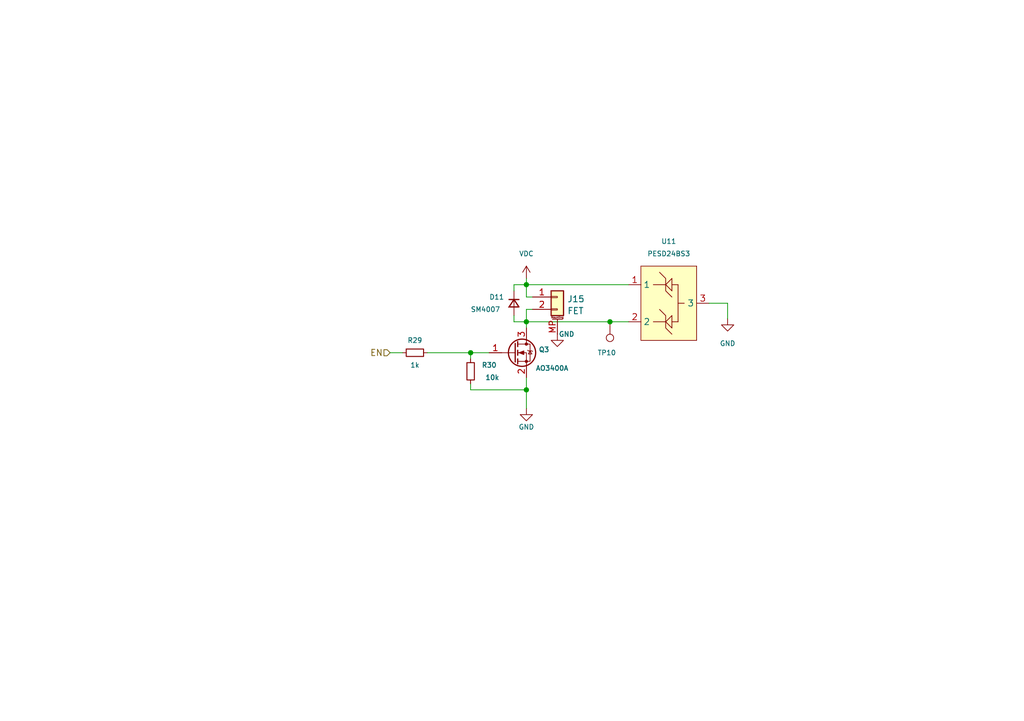
<source format=kicad_sch>
(kicad_sch
	(version 20231120)
	(generator "eeschema")
	(generator_version "8.0")
	(uuid "e92c974a-b07f-4799-a79e-f281f85dbc1a")
	(paper "A5")
	(title_block
		(title "LumenPnP Motherboard")
		(date "2023-07-30")
		(rev "005")
		(company "Opulo")
		(comment 1 "MOSFET")
	)
	(lib_symbols
		(symbol "Connector:TestPoint"
			(pin_numbers hide)
			(pin_names
				(offset 0.762) hide)
			(exclude_from_sim no)
			(in_bom yes)
			(on_board yes)
			(property "Reference" "TP"
				(at 0 6.858 0)
				(effects
					(font
						(size 1.27 1.27)
					)
				)
			)
			(property "Value" "TestPoint"
				(at 0 5.08 0)
				(effects
					(font
						(size 1.27 1.27)
					)
				)
			)
			(property "Footprint" ""
				(at 5.08 0 0)
				(effects
					(font
						(size 1.27 1.27)
					)
					(hide yes)
				)
			)
			(property "Datasheet" "~"
				(at 5.08 0 0)
				(effects
					(font
						(size 1.27 1.27)
					)
					(hide yes)
				)
			)
			(property "Description" "test point"
				(at 0 0 0)
				(effects
					(font
						(size 1.27 1.27)
					)
					(hide yes)
				)
			)
			(property "ki_keywords" "test point tp"
				(at 0 0 0)
				(effects
					(font
						(size 1.27 1.27)
					)
					(hide yes)
				)
			)
			(property "ki_fp_filters" "Pin* Test*"
				(at 0 0 0)
				(effects
					(font
						(size 1.27 1.27)
					)
					(hide yes)
				)
			)
			(symbol "TestPoint_0_1"
				(circle
					(center 0 3.302)
					(radius 0.762)
					(stroke
						(width 0)
						(type default)
					)
					(fill
						(type none)
					)
				)
			)
			(symbol "TestPoint_1_1"
				(pin passive line
					(at 0 0 90)
					(length 2.54)
					(name "1"
						(effects
							(font
								(size 1.27 1.27)
							)
						)
					)
					(number "1"
						(effects
							(font
								(size 1.27 1.27)
							)
						)
					)
				)
			)
		)
		(symbol "Connector_Generic_MountingPin:Conn_01x02_MountingPin"
			(pin_names
				(offset 1.016) hide)
			(exclude_from_sim no)
			(in_bom yes)
			(on_board yes)
			(property "Reference" "J"
				(at 0 2.54 0)
				(effects
					(font
						(size 1.27 1.27)
					)
				)
			)
			(property "Value" "Conn_01x02_MountingPin"
				(at 1.27 -5.08 0)
				(effects
					(font
						(size 1.27 1.27)
					)
					(justify left)
				)
			)
			(property "Footprint" ""
				(at 0 0 0)
				(effects
					(font
						(size 1.27 1.27)
					)
					(hide yes)
				)
			)
			(property "Datasheet" "~"
				(at 0 0 0)
				(effects
					(font
						(size 1.27 1.27)
					)
					(hide yes)
				)
			)
			(property "Description" "Generic connectable mounting pin connector, single row, 01x02, script generated (kicad-library-utils/schlib/autogen/connector/)"
				(at 0 0 0)
				(effects
					(font
						(size 1.27 1.27)
					)
					(hide yes)
				)
			)
			(property "ki_keywords" "connector"
				(at 0 0 0)
				(effects
					(font
						(size 1.27 1.27)
					)
					(hide yes)
				)
			)
			(property "ki_fp_filters" "Connector*:*_1x??-1MP*"
				(at 0 0 0)
				(effects
					(font
						(size 1.27 1.27)
					)
					(hide yes)
				)
			)
			(symbol "Conn_01x02_MountingPin_1_1"
				(rectangle
					(start -1.27 -2.413)
					(end 0 -2.667)
					(stroke
						(width 0.1524)
						(type default)
					)
					(fill
						(type none)
					)
				)
				(rectangle
					(start -1.27 0.127)
					(end 0 -0.127)
					(stroke
						(width 0.1524)
						(type default)
					)
					(fill
						(type none)
					)
				)
				(rectangle
					(start -1.27 1.27)
					(end 1.27 -3.81)
					(stroke
						(width 0.254)
						(type default)
					)
					(fill
						(type background)
					)
				)
				(polyline
					(pts
						(xy -1.016 -4.572) (xy 1.016 -4.572)
					)
					(stroke
						(width 0.1524)
						(type default)
					)
					(fill
						(type none)
					)
				)
				(text "Mounting"
					(at 0 -4.191 0)
					(effects
						(font
							(size 0.381 0.381)
						)
					)
				)
				(pin passive line
					(at -5.08 0 0)
					(length 3.81)
					(name "Pin_1"
						(effects
							(font
								(size 1.27 1.27)
							)
						)
					)
					(number "1"
						(effects
							(font
								(size 1.27 1.27)
							)
						)
					)
				)
				(pin passive line
					(at -5.08 -2.54 0)
					(length 3.81)
					(name "Pin_2"
						(effects
							(font
								(size 1.27 1.27)
							)
						)
					)
					(number "2"
						(effects
							(font
								(size 1.27 1.27)
							)
						)
					)
				)
				(pin passive line
					(at 0 -7.62 90)
					(length 3.048)
					(name "MountPin"
						(effects
							(font
								(size 1.27 1.27)
							)
						)
					)
					(number "MP"
						(effects
							(font
								(size 1.27 1.27)
							)
						)
					)
				)
			)
		)
		(symbol "Device:D_Small"
			(pin_numbers hide)
			(pin_names
				(offset 0.254) hide)
			(exclude_from_sim no)
			(in_bom yes)
			(on_board yes)
			(property "Reference" "D"
				(at -1.27 2.032 0)
				(effects
					(font
						(size 1.27 1.27)
					)
					(justify left)
				)
			)
			(property "Value" "D_Small"
				(at -3.81 -2.032 0)
				(effects
					(font
						(size 1.27 1.27)
					)
					(justify left)
				)
			)
			(property "Footprint" ""
				(at 0 0 90)
				(effects
					(font
						(size 1.27 1.27)
					)
					(hide yes)
				)
			)
			(property "Datasheet" "~"
				(at 0 0 90)
				(effects
					(font
						(size 1.27 1.27)
					)
					(hide yes)
				)
			)
			(property "Description" "Diode, small symbol"
				(at 0 0 0)
				(effects
					(font
						(size 1.27 1.27)
					)
					(hide yes)
				)
			)
			(property "Sim.Device" "D"
				(at 0 0 0)
				(effects
					(font
						(size 1.27 1.27)
					)
					(hide yes)
				)
			)
			(property "Sim.Pins" "1=K 2=A"
				(at 0 0 0)
				(effects
					(font
						(size 1.27 1.27)
					)
					(hide yes)
				)
			)
			(property "ki_keywords" "diode"
				(at 0 0 0)
				(effects
					(font
						(size 1.27 1.27)
					)
					(hide yes)
				)
			)
			(property "ki_fp_filters" "TO-???* *_Diode_* *SingleDiode* D_*"
				(at 0 0 0)
				(effects
					(font
						(size 1.27 1.27)
					)
					(hide yes)
				)
			)
			(symbol "D_Small_0_1"
				(polyline
					(pts
						(xy -0.762 -1.016) (xy -0.762 1.016)
					)
					(stroke
						(width 0.254)
						(type default)
					)
					(fill
						(type none)
					)
				)
				(polyline
					(pts
						(xy -0.762 0) (xy 0.762 0)
					)
					(stroke
						(width 0)
						(type default)
					)
					(fill
						(type none)
					)
				)
				(polyline
					(pts
						(xy 0.762 -1.016) (xy -0.762 0) (xy 0.762 1.016) (xy 0.762 -1.016)
					)
					(stroke
						(width 0.254)
						(type default)
					)
					(fill
						(type none)
					)
				)
			)
			(symbol "D_Small_1_1"
				(pin passive line
					(at -2.54 0 0)
					(length 1.778)
					(name "K"
						(effects
							(font
								(size 1.27 1.27)
							)
						)
					)
					(number "1"
						(effects
							(font
								(size 1.27 1.27)
							)
						)
					)
				)
				(pin passive line
					(at 2.54 0 180)
					(length 1.778)
					(name "A"
						(effects
							(font
								(size 1.27 1.27)
							)
						)
					)
					(number "2"
						(effects
							(font
								(size 1.27 1.27)
							)
						)
					)
				)
			)
		)
		(symbol "Device:R_Small"
			(pin_numbers hide)
			(pin_names
				(offset 0.254) hide)
			(exclude_from_sim no)
			(in_bom yes)
			(on_board yes)
			(property "Reference" "R"
				(at 0.762 0.508 0)
				(effects
					(font
						(size 1.27 1.27)
					)
					(justify left)
				)
			)
			(property "Value" "R_Small"
				(at 0.762 -1.016 0)
				(effects
					(font
						(size 1.27 1.27)
					)
					(justify left)
				)
			)
			(property "Footprint" ""
				(at 0 0 0)
				(effects
					(font
						(size 1.27 1.27)
					)
					(hide yes)
				)
			)
			(property "Datasheet" "~"
				(at 0 0 0)
				(effects
					(font
						(size 1.27 1.27)
					)
					(hide yes)
				)
			)
			(property "Description" "Resistor, small symbol"
				(at 0 0 0)
				(effects
					(font
						(size 1.27 1.27)
					)
					(hide yes)
				)
			)
			(property "ki_keywords" "R resistor"
				(at 0 0 0)
				(effects
					(font
						(size 1.27 1.27)
					)
					(hide yes)
				)
			)
			(property "ki_fp_filters" "R_*"
				(at 0 0 0)
				(effects
					(font
						(size 1.27 1.27)
					)
					(hide yes)
				)
			)
			(symbol "R_Small_0_1"
				(rectangle
					(start -0.762 1.778)
					(end 0.762 -1.778)
					(stroke
						(width 0.2032)
						(type default)
					)
					(fill
						(type none)
					)
				)
			)
			(symbol "R_Small_1_1"
				(pin passive line
					(at 0 2.54 270)
					(length 0.762)
					(name "~"
						(effects
							(font
								(size 1.27 1.27)
							)
						)
					)
					(number "1"
						(effects
							(font
								(size 1.27 1.27)
							)
						)
					)
				)
				(pin passive line
					(at 0 -2.54 90)
					(length 0.762)
					(name "~"
						(effects
							(font
								(size 1.27 1.27)
							)
						)
					)
					(number "2"
						(effects
							(font
								(size 1.27 1.27)
							)
						)
					)
				)
			)
		)
		(symbol "Transistor_FET:AO3400A"
			(pin_names hide)
			(exclude_from_sim no)
			(in_bom yes)
			(on_board yes)
			(property "Reference" "Q"
				(at 5.08 1.905 0)
				(effects
					(font
						(size 1.27 1.27)
					)
					(justify left)
				)
			)
			(property "Value" "AO3400A"
				(at 5.08 0 0)
				(effects
					(font
						(size 1.27 1.27)
					)
					(justify left)
				)
			)
			(property "Footprint" "Package_TO_SOT_SMD:SOT-23"
				(at 5.08 -1.905 0)
				(effects
					(font
						(size 1.27 1.27)
						(italic yes)
					)
					(justify left)
					(hide yes)
				)
			)
			(property "Datasheet" "http://www.aosmd.com/pdfs/datasheet/AO3400A.pdf"
				(at 5.08 -3.81 0)
				(effects
					(font
						(size 1.27 1.27)
					)
					(justify left)
					(hide yes)
				)
			)
			(property "Description" "30V Vds, 5.7A Id, N-Channel MOSFET, SOT-23"
				(at 0 0 0)
				(effects
					(font
						(size 1.27 1.27)
					)
					(hide yes)
				)
			)
			(property "ki_keywords" "N-Channel MOSFET"
				(at 0 0 0)
				(effects
					(font
						(size 1.27 1.27)
					)
					(hide yes)
				)
			)
			(property "ki_fp_filters" "SOT?23*"
				(at 0 0 0)
				(effects
					(font
						(size 1.27 1.27)
					)
					(hide yes)
				)
			)
			(symbol "AO3400A_0_1"
				(polyline
					(pts
						(xy 0.254 0) (xy -2.54 0)
					)
					(stroke
						(width 0)
						(type default)
					)
					(fill
						(type none)
					)
				)
				(polyline
					(pts
						(xy 0.254 1.905) (xy 0.254 -1.905)
					)
					(stroke
						(width 0.254)
						(type default)
					)
					(fill
						(type none)
					)
				)
				(polyline
					(pts
						(xy 0.762 -1.27) (xy 0.762 -2.286)
					)
					(stroke
						(width 0.254)
						(type default)
					)
					(fill
						(type none)
					)
				)
				(polyline
					(pts
						(xy 0.762 0.508) (xy 0.762 -0.508)
					)
					(stroke
						(width 0.254)
						(type default)
					)
					(fill
						(type none)
					)
				)
				(polyline
					(pts
						(xy 0.762 2.286) (xy 0.762 1.27)
					)
					(stroke
						(width 0.254)
						(type default)
					)
					(fill
						(type none)
					)
				)
				(polyline
					(pts
						(xy 2.54 2.54) (xy 2.54 1.778)
					)
					(stroke
						(width 0)
						(type default)
					)
					(fill
						(type none)
					)
				)
				(polyline
					(pts
						(xy 2.54 -2.54) (xy 2.54 0) (xy 0.762 0)
					)
					(stroke
						(width 0)
						(type default)
					)
					(fill
						(type none)
					)
				)
				(polyline
					(pts
						(xy 0.762 -1.778) (xy 3.302 -1.778) (xy 3.302 1.778) (xy 0.762 1.778)
					)
					(stroke
						(width 0)
						(type default)
					)
					(fill
						(type none)
					)
				)
				(polyline
					(pts
						(xy 1.016 0) (xy 2.032 0.381) (xy 2.032 -0.381) (xy 1.016 0)
					)
					(stroke
						(width 0)
						(type default)
					)
					(fill
						(type outline)
					)
				)
				(polyline
					(pts
						(xy 2.794 0.508) (xy 2.921 0.381) (xy 3.683 0.381) (xy 3.81 0.254)
					)
					(stroke
						(width 0)
						(type default)
					)
					(fill
						(type none)
					)
				)
				(polyline
					(pts
						(xy 3.302 0.381) (xy 2.921 -0.254) (xy 3.683 -0.254) (xy 3.302 0.381)
					)
					(stroke
						(width 0)
						(type default)
					)
					(fill
						(type none)
					)
				)
				(circle
					(center 1.651 0)
					(radius 2.794)
					(stroke
						(width 0.254)
						(type default)
					)
					(fill
						(type none)
					)
				)
				(circle
					(center 2.54 -1.778)
					(radius 0.254)
					(stroke
						(width 0)
						(type default)
					)
					(fill
						(type outline)
					)
				)
				(circle
					(center 2.54 1.778)
					(radius 0.254)
					(stroke
						(width 0)
						(type default)
					)
					(fill
						(type outline)
					)
				)
			)
			(symbol "AO3400A_1_1"
				(pin input line
					(at -5.08 0 0)
					(length 2.54)
					(name "G"
						(effects
							(font
								(size 1.27 1.27)
							)
						)
					)
					(number "1"
						(effects
							(font
								(size 1.27 1.27)
							)
						)
					)
				)
				(pin passive line
					(at 2.54 -5.08 90)
					(length 2.54)
					(name "S"
						(effects
							(font
								(size 1.27 1.27)
							)
						)
					)
					(number "2"
						(effects
							(font
								(size 1.27 1.27)
							)
						)
					)
				)
				(pin passive line
					(at 2.54 5.08 270)
					(length 2.54)
					(name "D"
						(effects
							(font
								(size 1.27 1.27)
							)
						)
					)
					(number "3"
						(effects
							(font
								(size 1.27 1.27)
							)
						)
					)
				)
			)
		)
		(symbol "index:PESD24VS2UT"
			(exclude_from_sim no)
			(in_bom yes)
			(on_board yes)
			(property "Reference" "U"
				(at -3.81 -8.89 0)
				(effects
					(font
						(size 1.27 1.27)
					)
				)
			)
			(property "Value" "PESD24VS2UT"
				(at 1.27 8.89 0)
				(effects
					(font
						(size 1.27 1.27)
					)
				)
			)
			(property "Footprint" ""
				(at 0 0 0)
				(effects
					(font
						(size 1.27 1.27)
					)
					(hide yes)
				)
			)
			(property "Datasheet" ""
				(at 0 0 0)
				(effects
					(font
						(size 1.27 1.27)
					)
					(hide yes)
				)
			)
			(property "Description" ""
				(at 0 0 0)
				(effects
					(font
						(size 1.27 1.27)
					)
					(hide yes)
				)
			)
			(symbol "PESD24VS2UT_1_1"
				(rectangle
					(start -5.08 7.62)
					(end 6.35 -7.62)
					(stroke
						(width 0)
						(type default)
					)
					(fill
						(type background)
					)
				)
				(polyline
					(pts
						(xy 0 -3.81) (xy -2.54 -3.81)
					)
					(stroke
						(width 0)
						(type default)
					)
					(fill
						(type none)
					)
				)
				(polyline
					(pts
						(xy 0 3.81) (xy -2.54 3.81)
					)
					(stroke
						(width 0)
						(type default)
					)
					(fill
						(type none)
					)
				)
				(polyline
					(pts
						(xy 1.27 -2.54) (xy 1.27 -5.08)
					)
					(stroke
						(width 0)
						(type default)
					)
					(fill
						(type none)
					)
				)
				(polyline
					(pts
						(xy 1.27 5.08) (xy 1.27 2.54)
					)
					(stroke
						(width 0)
						(type default)
					)
					(fill
						(type none)
					)
				)
				(polyline
					(pts
						(xy 2.54 -3.81) (xy 1.27 -3.81)
					)
					(stroke
						(width 0)
						(type default)
					)
					(fill
						(type none)
					)
				)
				(polyline
					(pts
						(xy 2.54 0) (xy 3.81 0)
					)
					(stroke
						(width 0)
						(type default)
					)
					(fill
						(type none)
					)
				)
				(polyline
					(pts
						(xy 2.54 3.81) (xy 1.27 3.81)
					)
					(stroke
						(width 0)
						(type default)
					)
					(fill
						(type none)
					)
				)
				(polyline
					(pts
						(xy 2.54 3.81) (xy 2.54 -3.81)
					)
					(stroke
						(width 0)
						(type default)
					)
					(fill
						(type none)
					)
				)
				(polyline
					(pts
						(xy 1.27 -2.54) (xy 0 -3.81) (xy 1.27 -5.08)
					)
					(stroke
						(width 0)
						(type default)
					)
					(fill
						(type none)
					)
				)
				(polyline
					(pts
						(xy 1.27 2.54) (xy 0 3.81) (xy 1.27 5.08)
					)
					(stroke
						(width 0)
						(type default)
					)
					(fill
						(type none)
					)
				)
				(polyline
					(pts
						(xy -1.27 -1.27) (xy 0 -2.54) (xy 0 -5.08) (xy 1.27 -6.35)
					)
					(stroke
						(width 0)
						(type default)
					)
					(fill
						(type none)
					)
				)
				(polyline
					(pts
						(xy -1.27 6.35) (xy 0 5.08) (xy 0 2.54) (xy 1.27 1.27)
					)
					(stroke
						(width 0)
						(type default)
					)
					(fill
						(type none)
					)
				)
				(pin free line
					(at -7.62 3.81 0)
					(length 2.54)
					(name "1"
						(effects
							(font
								(size 1.27 1.27)
							)
						)
					)
					(number "1"
						(effects
							(font
								(size 1.27 1.27)
							)
						)
					)
				)
				(pin free line
					(at -7.62 -3.81 0)
					(length 2.54)
					(name "2"
						(effects
							(font
								(size 1.27 1.27)
							)
						)
					)
					(number "2"
						(effects
							(font
								(size 1.27 1.27)
							)
						)
					)
				)
				(pin free line
					(at 8.89 0 180)
					(length 2.54)
					(name "3"
						(effects
							(font
								(size 1.27 1.27)
							)
						)
					)
					(number "3"
						(effects
							(font
								(size 1.27 1.27)
							)
						)
					)
				)
			)
		)
		(symbol "power:GND"
			(power)
			(pin_numbers hide)
			(pin_names
				(offset 0) hide)
			(exclude_from_sim no)
			(in_bom yes)
			(on_board yes)
			(property "Reference" "#PWR"
				(at 0 -6.35 0)
				(effects
					(font
						(size 1.27 1.27)
					)
					(hide yes)
				)
			)
			(property "Value" "GND"
				(at 0 -3.81 0)
				(effects
					(font
						(size 1.27 1.27)
					)
				)
			)
			(property "Footprint" ""
				(at 0 0 0)
				(effects
					(font
						(size 1.27 1.27)
					)
					(hide yes)
				)
			)
			(property "Datasheet" ""
				(at 0 0 0)
				(effects
					(font
						(size 1.27 1.27)
					)
					(hide yes)
				)
			)
			(property "Description" "Power symbol creates a global label with name \"GND\" , ground"
				(at 0 0 0)
				(effects
					(font
						(size 1.27 1.27)
					)
					(hide yes)
				)
			)
			(property "ki_keywords" "global power"
				(at 0 0 0)
				(effects
					(font
						(size 1.27 1.27)
					)
					(hide yes)
				)
			)
			(symbol "GND_0_1"
				(polyline
					(pts
						(xy 0 0) (xy 0 -1.27) (xy 1.27 -1.27) (xy 0 -2.54) (xy -1.27 -1.27) (xy 0 -1.27)
					)
					(stroke
						(width 0)
						(type default)
					)
					(fill
						(type none)
					)
				)
			)
			(symbol "GND_1_1"
				(pin power_in line
					(at 0 0 270)
					(length 0)
					(name "~"
						(effects
							(font
								(size 1.27 1.27)
							)
						)
					)
					(number "1"
						(effects
							(font
								(size 1.27 1.27)
							)
						)
					)
				)
			)
		)
		(symbol "power:VDC"
			(power)
			(pin_numbers hide)
			(pin_names
				(offset 0) hide)
			(exclude_from_sim no)
			(in_bom yes)
			(on_board yes)
			(property "Reference" "#PWR"
				(at 0 -3.81 0)
				(effects
					(font
						(size 1.27 1.27)
					)
					(hide yes)
				)
			)
			(property "Value" "VDC"
				(at 0 3.556 0)
				(effects
					(font
						(size 1.27 1.27)
					)
				)
			)
			(property "Footprint" ""
				(at 0 0 0)
				(effects
					(font
						(size 1.27 1.27)
					)
					(hide yes)
				)
			)
			(property "Datasheet" ""
				(at 0 0 0)
				(effects
					(font
						(size 1.27 1.27)
					)
					(hide yes)
				)
			)
			(property "Description" "Power symbol creates a global label with name \"VDC\""
				(at 0 0 0)
				(effects
					(font
						(size 1.27 1.27)
					)
					(hide yes)
				)
			)
			(property "ki_keywords" "global power"
				(at 0 0 0)
				(effects
					(font
						(size 1.27 1.27)
					)
					(hide yes)
				)
			)
			(symbol "VDC_0_1"
				(polyline
					(pts
						(xy -0.762 1.27) (xy 0 2.54)
					)
					(stroke
						(width 0)
						(type default)
					)
					(fill
						(type none)
					)
				)
				(polyline
					(pts
						(xy 0 0) (xy 0 2.54)
					)
					(stroke
						(width 0)
						(type default)
					)
					(fill
						(type none)
					)
				)
				(polyline
					(pts
						(xy 0 2.54) (xy 0.762 1.27)
					)
					(stroke
						(width 0)
						(type default)
					)
					(fill
						(type none)
					)
				)
			)
			(symbol "VDC_1_1"
				(pin power_in line
					(at 0 0 90)
					(length 0)
					(name "~"
						(effects
							(font
								(size 1.27 1.27)
							)
						)
					)
					(number "1"
						(effects
							(font
								(size 1.27 1.27)
							)
						)
					)
				)
			)
		)
	)
	(junction
		(at 96.52 72.39)
		(diameter 0)
		(color 0 0 0 0)
		(uuid "0b525810-7d9e-4361-8c53-715f807e2b26")
	)
	(junction
		(at 107.95 58.42)
		(diameter 0)
		(color 0 0 0 0)
		(uuid "1b4c7bf1-689f-47f8-a085-0a33c189864d")
	)
	(junction
		(at 107.95 80.01)
		(diameter 0)
		(color 0 0 0 0)
		(uuid "7c344d88-791f-4668-b9fd-3a54fb4df8a5")
	)
	(junction
		(at 125.095 66.04)
		(diameter 0)
		(color 0 0 0 0)
		(uuid "9d1eeff8-d3c6-4e63-8f39-1b85b3c0036e")
	)
	(junction
		(at 107.95 66.04)
		(diameter 0)
		(color 0 0 0 0)
		(uuid "fa3fa42f-c39b-471e-9afb-977d409f52ca")
	)
	(wire
		(pts
			(xy 107.95 57.15) (xy 107.95 58.42)
		)
		(stroke
			(width 0)
			(type default)
		)
		(uuid "02d86683-2f66-449f-93c5-e97965592862")
	)
	(wire
		(pts
			(xy 149.225 62.23) (xy 149.225 65.405)
		)
		(stroke
			(width 0)
			(type default)
		)
		(uuid "14233f02-c993-47ce-8dee-a56cb4a97994")
	)
	(wire
		(pts
			(xy 107.95 66.04) (xy 125.095 66.04)
		)
		(stroke
			(width 0)
			(type default)
		)
		(uuid "23c757fb-9d5f-4dee-8a57-5e65754481dc")
	)
	(wire
		(pts
			(xy 96.52 80.01) (xy 107.95 80.01)
		)
		(stroke
			(width 0)
			(type default)
		)
		(uuid "474252a1-6412-4aa4-891b-aa11b7bf247b")
	)
	(wire
		(pts
			(xy 107.95 63.5) (xy 107.95 66.04)
		)
		(stroke
			(width 0)
			(type default)
		)
		(uuid "493585c8-8db6-46eb-b0d0-ae471c8c2409")
	)
	(wire
		(pts
			(xy 107.95 66.04) (xy 107.95 67.31)
		)
		(stroke
			(width 0)
			(type default)
		)
		(uuid "4dc8d061-74ff-48bc-9082-2c7f4c284eed")
	)
	(wire
		(pts
			(xy 105.41 64.77) (xy 105.41 66.04)
		)
		(stroke
			(width 0)
			(type default)
		)
		(uuid "58fbb5fb-4bc6-40dc-b78d-8bfe59fbcf65")
	)
	(wire
		(pts
			(xy 105.41 66.04) (xy 107.95 66.04)
		)
		(stroke
			(width 0)
			(type default)
		)
		(uuid "623592ae-ccb2-434a-b0f8-84d5caf280c0")
	)
	(wire
		(pts
			(xy 109.22 60.96) (xy 107.95 60.96)
		)
		(stroke
			(width 0)
			(type default)
		)
		(uuid "674447fe-2dc7-4012-8e95-2fe35359ab0d")
	)
	(wire
		(pts
			(xy 145.415 62.23) (xy 149.225 62.23)
		)
		(stroke
			(width 0)
			(type default)
		)
		(uuid "77a9f92b-38b7-44b1-82e4-635cfb986e0f")
	)
	(wire
		(pts
			(xy 107.95 80.01) (xy 107.95 83.82)
		)
		(stroke
			(width 0)
			(type default)
		)
		(uuid "87e30d83-94b3-4d20-899d-fa13ae5a5fae")
	)
	(wire
		(pts
			(xy 96.52 72.39) (xy 100.33 72.39)
		)
		(stroke
			(width 0)
			(type default)
		)
		(uuid "89d26dd7-eef7-42d3-9cd5-f942f3d43b20")
	)
	(wire
		(pts
			(xy 105.41 59.69) (xy 105.41 58.42)
		)
		(stroke
			(width 0)
			(type default)
		)
		(uuid "92bafc68-9636-4411-9ef6-b0d478410ed1")
	)
	(wire
		(pts
			(xy 107.95 60.96) (xy 107.95 58.42)
		)
		(stroke
			(width 0)
			(type default)
		)
		(uuid "94a42abc-79ff-4aa8-b31f-8c74f35fd2ec")
	)
	(wire
		(pts
			(xy 107.95 77.47) (xy 107.95 80.01)
		)
		(stroke
			(width 0)
			(type default)
		)
		(uuid "94ee1cac-238a-4705-ad98-9cda3cab1dae")
	)
	(wire
		(pts
			(xy 96.52 78.74) (xy 96.52 80.01)
		)
		(stroke
			(width 0)
			(type default)
		)
		(uuid "94f1e473-7fd8-43c5-a66d-9ad25139a222")
	)
	(wire
		(pts
			(xy 109.22 63.5) (xy 107.95 63.5)
		)
		(stroke
			(width 0)
			(type default)
		)
		(uuid "a5708347-b827-4a04-bb10-73d30f72dc60")
	)
	(wire
		(pts
			(xy 80.01 72.39) (xy 82.55 72.39)
		)
		(stroke
			(width 0)
			(type default)
		)
		(uuid "ace28ad4-891c-43d3-a48f-e1397cc525db")
	)
	(wire
		(pts
			(xy 107.95 58.42) (xy 128.905 58.42)
		)
		(stroke
			(width 0)
			(type default)
		)
		(uuid "c36b2153-fa41-4e0a-b4a2-d9dde9caaa2a")
	)
	(wire
		(pts
			(xy 96.52 73.66) (xy 96.52 72.39)
		)
		(stroke
			(width 0)
			(type default)
		)
		(uuid "caa9c630-b37c-40a5-b479-84ec4c07f2dd")
	)
	(wire
		(pts
			(xy 105.41 58.42) (xy 107.95 58.42)
		)
		(stroke
			(width 0)
			(type default)
		)
		(uuid "d2ec48eb-47b0-4b7b-9e74-f255214aa1d9")
	)
	(wire
		(pts
			(xy 125.095 66.04) (xy 128.905 66.04)
		)
		(stroke
			(width 0)
			(type default)
		)
		(uuid "db213ad1-6467-40a6-8f25-693b5006f4a7")
	)
	(wire
		(pts
			(xy 87.63 72.39) (xy 96.52 72.39)
		)
		(stroke
			(width 0)
			(type default)
		)
		(uuid "f5bd5a6f-4d26-44aa-b035-b8e2949fd641")
	)
	(hierarchical_label "EN"
		(shape input)
		(at 80.01 72.39 180)
		(fields_autoplaced yes)
		(effects
			(font
				(size 1.27 1.27)
			)
			(justify right)
		)
		(uuid "b90d0267-ce26-4e19-a4c7-fd16cc7a521c")
	)
	(symbol
		(lib_id "power:GND")
		(at 107.95 83.82 0)
		(mirror y)
		(unit 1)
		(exclude_from_sim no)
		(in_bom yes)
		(on_board yes)
		(dnp no)
		(uuid "00000000-0000-0000-0000-000060349e56")
		(property "Reference" "#PWR0144"
			(at 107.95 90.17 0)
			(effects
				(font
					(size 1 1)
				)
				(hide yes)
			)
		)
		(property "Value" "GND"
			(at 107.95 87.63 0)
			(effects
				(font
					(size 1 1)
				)
			)
		)
		(property "Footprint" ""
			(at 107.95 83.82 0)
			(effects
				(font
					(size 1 1)
					(color 223 129 255 1)
				)
				(hide yes)
			)
		)
		(property "Datasheet" ""
			(at 107.95 83.82 0)
			(effects
				(font
					(size 1 1)
					(color 223 129 255 1)
				)
				(hide yes)
			)
		)
		(property "Description" "Power symbol creates a global label with name \"GND\" , ground"
			(at 107.95 83.82 0)
			(effects
				(font
					(size 1.27 1.27)
				)
				(hide yes)
			)
		)
		(pin "1"
			(uuid "cc22d9f4-805e-49fe-b970-1cc470284bf1")
		)
		(instances
			(project "mobo"
				(path "/7255cbd1-8d38-4545-be9a-7fc5488ef942/5791c284-daa8-4efc-aba6-02bf36d18407"
					(reference "#PWR0144")
					(unit 1)
				)
				(path "/7255cbd1-8d38-4545-be9a-7fc5488ef942/cedc08c8-9372-4153-9179-074cb488083f"
					(reference "#PWR0156")
					(unit 1)
				)
				(path "/7255cbd1-8d38-4545-be9a-7fc5488ef942/207467ea-dbef-4c90-902b-8e39e72e149d"
					(reference "#PWR0148")
					(unit 1)
				)
				(path "/7255cbd1-8d38-4545-be9a-7fc5488ef942/94a6d52c-c8e5-49e4-bacc-160f6184f70d"
					(reference "#PWR0152")
					(unit 1)
				)
			)
		)
	)
	(symbol
		(lib_id "Device:R_Small")
		(at 96.52 76.2 180)
		(unit 1)
		(exclude_from_sim no)
		(in_bom yes)
		(on_board yes)
		(dnp no)
		(uuid "00000000-0000-0000-0000-00006034ab3f")
		(property "Reference" "R30"
			(at 100.33 74.93 0)
			(effects
				(font
					(size 1 1)
				)
			)
		)
		(property "Value" "10k"
			(at 100.965 77.47 0)
			(effects
				(font
					(size 1 1)
				)
			)
		)
		(property "Footprint" "Resistor_SMD:R_0805_2012Metric"
			(at 96.52 76.2 0)
			(effects
				(font
					(size 1 1)
					(color 223 129 255 1)
				)
				(hide yes)
			)
		)
		(property "Datasheet" "~"
			(at 96.52 76.2 0)
			(effects
				(font
					(size 1 1)
					(color 223 129 255 1)
				)
				(hide yes)
			)
		)
		(property "Description" "Resistor, small symbol"
			(at 96.52 76.2 0)
			(effects
				(font
					(size 1.27 1.27)
				)
				(hide yes)
			)
		)
		(property "JLCPCB" "C17414"
			(at 96.52 76.2 0)
			(effects
				(font
					(size 1 1)
					(color 223 129 255 1)
				)
				(hide yes)
			)
		)
		(property "LCSC" "C115295"
			(at 96.52 76.2 0)
			(effects
				(font
					(size 1 1)
					(color 223 129 255 1)
				)
				(hide yes)
			)
		)
		(property "Digikey" "541-36.0KCCT-ND"
			(at 96.52 76.2 0)
			(effects
				(font
					(size 1 1)
					(color 223 129 255 1)
				)
				(hide yes)
			)
		)
		(property "Mouser" "71-CRCW080536K0FKEA"
			(at 96.52 76.2 0)
			(effects
				(font
					(size 1 1)
					(color 223 129 255 1)
				)
				(hide yes)
			)
		)
		(property "Notes" ""
			(at 96.52 76.2 0)
			(effects
				(font
					(size 1 1)
					(color 223 129 255 1)
				)
				(hide yes)
			)
		)
		(pin "1"
			(uuid "3cbbe29d-629c-4276-b17f-43413868b2b0")
		)
		(pin "2"
			(uuid "e2170d09-37b1-46c4-a3e8-bcf8ad874bda")
		)
		(instances
			(project "mobo"
				(path "/7255cbd1-8d38-4545-be9a-7fc5488ef942/5791c284-daa8-4efc-aba6-02bf36d18407"
					(reference "R30")
					(unit 1)
				)
				(path "/7255cbd1-8d38-4545-be9a-7fc5488ef942/cedc08c8-9372-4153-9179-074cb488083f"
					(reference "R36")
					(unit 1)
				)
				(path "/7255cbd1-8d38-4545-be9a-7fc5488ef942/207467ea-dbef-4c90-902b-8e39e72e149d"
					(reference "R32")
					(unit 1)
				)
				(path "/7255cbd1-8d38-4545-be9a-7fc5488ef942/94a6d52c-c8e5-49e4-bacc-160f6184f70d"
					(reference "R34")
					(unit 1)
				)
			)
		)
	)
	(symbol
		(lib_id "Device:D_Small")
		(at 105.41 62.23 270)
		(unit 1)
		(exclude_from_sim no)
		(in_bom yes)
		(on_board yes)
		(dnp no)
		(uuid "00000000-0000-0000-0000-0000603a7909")
		(property "Reference" "D11"
			(at 100.33 60.96 90)
			(effects
				(font
					(size 1 1)
				)
				(justify left)
			)
		)
		(property "Value" "SM4007"
			(at 96.52 63.5 90)
			(effects
				(font
					(size 1 1)
				)
				(justify left)
			)
		)
		(property "Footprint" "Diode_SMD:D_SOD-123F"
			(at 105.41 62.23 90)
			(effects
				(font
					(size 1 1)
					(color 223 129 255 1)
				)
				(hide yes)
			)
		)
		(property "Datasheet" "~"
			(at 105.41 62.23 90)
			(effects
				(font
					(size 1 1)
					(color 223 129 255 1)
				)
				(hide yes)
			)
		)
		(property "Description" "Diode, small symbol"
			(at 105.41 62.23 0)
			(effects
				(font
					(size 1.27 1.27)
				)
				(hide yes)
			)
		)
		(property "JLCPCB" "C64898"
			(at 105.41 62.23 0)
			(effects
				(font
					(size 1 1)
					(color 223 129 255 1)
				)
				(hide yes)
			)
		)
		(property "LCSC" "C64898"
			(at 105.41 62.23 0)
			(effects
				(font
					(size 1 1)
					(color 223 129 255 1)
				)
				(hide yes)
			)
		)
		(property "Digikey" "SM4007PL-TPMSCT-ND"
			(at 105.41 62.23 0)
			(effects
				(font
					(size 1 1)
					(color 223 129 255 1)
				)
				(hide yes)
			)
		)
		(property "Mouser" "833-SM4007PL-TP"
			(at 105.41 62.23 0)
			(effects
				(font
					(size 1 1)
					(color 223 129 255 1)
				)
				(hide yes)
			)
		)
		(property "Notes" "100V/1A"
			(at 105.41 62.23 0)
			(effects
				(font
					(size 1 1)
					(color 223 129 255 1)
				)
				(hide yes)
			)
		)
		(property "Sim.Device" "D"
			(at 105.41 62.23 0)
			(effects
				(font
					(size 1 1)
					(color 223 129 255 1)
				)
				(hide yes)
			)
		)
		(property "Sim.Pins" "1=K 2=A"
			(at 105.41 62.23 0)
			(effects
				(font
					(size 1 1)
					(color 223 129 255 1)
				)
				(hide yes)
			)
		)
		(pin "1"
			(uuid "1fb5af58-188b-405b-a7cf-96dead301453")
		)
		(pin "2"
			(uuid "c6f1ac61-b96b-4896-b2cc-8cc0163f75d6")
		)
		(instances
			(project "mobo"
				(path "/7255cbd1-8d38-4545-be9a-7fc5488ef942/5791c284-daa8-4efc-aba6-02bf36d18407"
					(reference "D11")
					(unit 1)
				)
				(path "/7255cbd1-8d38-4545-be9a-7fc5488ef942/cedc08c8-9372-4153-9179-074cb488083f"
					(reference "D14")
					(unit 1)
				)
				(path "/7255cbd1-8d38-4545-be9a-7fc5488ef942/207467ea-dbef-4c90-902b-8e39e72e149d"
					(reference "D12")
					(unit 1)
				)
				(path "/7255cbd1-8d38-4545-be9a-7fc5488ef942/94a6d52c-c8e5-49e4-bacc-160f6184f70d"
					(reference "D13")
					(unit 1)
				)
			)
		)
	)
	(symbol
		(lib_id "power:VDC")
		(at 107.95 57.15 0)
		(unit 1)
		(exclude_from_sim no)
		(in_bom yes)
		(on_board yes)
		(dnp no)
		(fields_autoplaced yes)
		(uuid "299e5bc5-f6a6-49b9-868a-773c1ecc4a54")
		(property "Reference" "#PWR0141"
			(at 107.95 59.69 0)
			(effects
				(font
					(size 1 1)
				)
				(hide yes)
			)
		)
		(property "Value" "VDC"
			(at 107.95 52.07 0)
			(effects
				(font
					(size 1 1)
				)
			)
		)
		(property "Footprint" ""
			(at 107.95 57.15 0)
			(effects
				(font
					(size 1 1)
					(color 223 129 255 1)
				)
				(hide yes)
			)
		)
		(property "Datasheet" ""
			(at 107.95 57.15 0)
			(effects
				(font
					(size 1 1)
					(color 223 129 255 1)
				)
				(hide yes)
			)
		)
		(property "Description" "Power symbol creates a global label with name \"VDC\""
			(at 107.95 57.15 0)
			(effects
				(font
					(size 1.27 1.27)
				)
				(hide yes)
			)
		)
		(pin "1"
			(uuid "2e2a2de3-bad0-4cad-a430-aae2352d1817")
		)
		(instances
			(project "mobo"
				(path "/7255cbd1-8d38-4545-be9a-7fc5488ef942/5791c284-daa8-4efc-aba6-02bf36d18407"
					(reference "#PWR0141")
					(unit 1)
				)
				(path "/7255cbd1-8d38-4545-be9a-7fc5488ef942/cedc08c8-9372-4153-9179-074cb488083f"
					(reference "#PWR0153")
					(unit 1)
				)
				(path "/7255cbd1-8d38-4545-be9a-7fc5488ef942/207467ea-dbef-4c90-902b-8e39e72e149d"
					(reference "#PWR0145")
					(unit 1)
				)
				(path "/7255cbd1-8d38-4545-be9a-7fc5488ef942/94a6d52c-c8e5-49e4-bacc-160f6184f70d"
					(reference "#PWR0149")
					(unit 1)
				)
			)
		)
	)
	(symbol
		(lib_id "index:PESD24VS2UT")
		(at 136.525 62.23 0)
		(unit 1)
		(exclude_from_sim no)
		(in_bom yes)
		(on_board yes)
		(dnp no)
		(fields_autoplaced yes)
		(uuid "98f34d61-7e0c-4cdc-82b1-039f3c342ac1")
		(property "Reference" "U11"
			(at 137.16 49.53 0)
			(effects
				(font
					(size 1 1)
				)
			)
		)
		(property "Value" "PESD24BS3"
			(at 137.16 52.07 0)
			(effects
				(font
					(size 1 1)
				)
			)
		)
		(property "Footprint" "Package_TO_SOT_SMD:TSOT-23"
			(at 136.525 62.23 0)
			(effects
				(font
					(size 1 1)
					(color 223 129 255 1)
				)
				(hide yes)
			)
		)
		(property "Datasheet" ""
			(at 136.525 62.23 0)
			(effects
				(font
					(size 1 1)
					(color 223 129 255 1)
				)
				(hide yes)
			)
		)
		(property "Description" ""
			(at 136.525 62.23 0)
			(effects
				(font
					(size 1.27 1.27)
				)
				(hide yes)
			)
		)
		(property "JLCPCB" "C521945"
			(at 136.525 62.23 0)
			(effects
				(font
					(size 1.27 1.27)
				)
				(hide yes)
			)
		)
		(property "LCSC" "C521945"
			(at 136.525 62.23 0)
			(effects
				(font
					(size 1.27 1.27)
				)
				(hide yes)
			)
		)
		(pin "1"
			(uuid "db0ad18d-9ae1-41ec-acfa-e494422b8120")
		)
		(pin "2"
			(uuid "d174951f-800e-45db-88c0-6cb6c2085df7")
		)
		(pin "3"
			(uuid "8d2e6d12-f2b4-43c2-a2d7-f865e4eedfb8")
		)
		(instances
			(project "mobo"
				(path "/7255cbd1-8d38-4545-be9a-7fc5488ef942/5791c284-daa8-4efc-aba6-02bf36d18407"
					(reference "U11")
					(unit 1)
				)
				(path "/7255cbd1-8d38-4545-be9a-7fc5488ef942/207467ea-dbef-4c90-902b-8e39e72e149d"
					(reference "U12")
					(unit 1)
				)
				(path "/7255cbd1-8d38-4545-be9a-7fc5488ef942/94a6d52c-c8e5-49e4-bacc-160f6184f70d"
					(reference "U13")
					(unit 1)
				)
				(path "/7255cbd1-8d38-4545-be9a-7fc5488ef942/cedc08c8-9372-4153-9179-074cb488083f"
					(reference "U14")
					(unit 1)
				)
			)
		)
	)
	(symbol
		(lib_id "Device:R_Small")
		(at 85.09 72.39 270)
		(unit 1)
		(exclude_from_sim no)
		(in_bom yes)
		(on_board yes)
		(dnp no)
		(uuid "c6c31197-863c-470c-b5de-c19399178012")
		(property "Reference" "R29"
			(at 85.09 69.85 90)
			(effects
				(font
					(size 1 1)
				)
			)
		)
		(property "Value" "1k"
			(at 85.09 74.93 90)
			(effects
				(font
					(size 1 1)
				)
			)
		)
		(property "Footprint" "Resistor_SMD:R_0805_2012Metric"
			(at 85.09 72.39 0)
			(effects
				(font
					(size 1 1)
					(color 223 129 255 1)
				)
				(hide yes)
			)
		)
		(property "Datasheet" "~"
			(at 85.09 72.39 0)
			(effects
				(font
					(size 1 1)
					(color 223 129 255 1)
				)
				(hide yes)
			)
		)
		(property "Description" "Resistor, small symbol"
			(at 85.09 72.39 0)
			(effects
				(font
					(size 1.27 1.27)
				)
				(hide yes)
			)
		)
		(property "JLCPCB" "C17513"
			(at 85.09 72.39 0)
			(effects
				(font
					(size 1 1)
					(color 223 129 255 1)
				)
				(hide yes)
			)
		)
		(property "LCSC" "C17513"
			(at 85.09 72.39 0)
			(effects
				(font
					(size 1 1)
					(color 223 129 255 1)
				)
				(hide yes)
			)
		)
		(property "Digikey" "541-36.0KCCT-ND"
			(at 85.09 72.39 0)
			(effects
				(font
					(size 1 1)
					(color 223 129 255 1)
				)
				(hide yes)
			)
		)
		(property "Mouser" "71-CRCW080536K0FKEA"
			(at 85.09 72.39 0)
			(effects
				(font
					(size 1 1)
					(color 223 129 255 1)
				)
				(hide yes)
			)
		)
		(property "Notes" ""
			(at 85.09 72.39 0)
			(effects
				(font
					(size 1 1)
					(color 223 129 255 1)
				)
				(hide yes)
			)
		)
		(pin "1"
			(uuid "6d51b64d-9a61-4b2f-878a-6802ef6634b4")
		)
		(pin "2"
			(uuid "bc1aa571-7691-4eb0-ba7d-e031fb44d120")
		)
		(instances
			(project "mobo"
				(path "/7255cbd1-8d38-4545-be9a-7fc5488ef942/5791c284-daa8-4efc-aba6-02bf36d18407"
					(reference "R29")
					(unit 1)
				)
				(path "/7255cbd1-8d38-4545-be9a-7fc5488ef942/cedc08c8-9372-4153-9179-074cb488083f"
					(reference "R35")
					(unit 1)
				)
				(path "/7255cbd1-8d38-4545-be9a-7fc5488ef942/207467ea-dbef-4c90-902b-8e39e72e149d"
					(reference "R31")
					(unit 1)
				)
				(path "/7255cbd1-8d38-4545-be9a-7fc5488ef942/94a6d52c-c8e5-49e4-bacc-160f6184f70d"
					(reference "R33")
					(unit 1)
				)
			)
		)
	)
	(symbol
		(lib_id "power:GND")
		(at 149.225 65.405 0)
		(unit 1)
		(exclude_from_sim no)
		(in_bom yes)
		(on_board yes)
		(dnp no)
		(fields_autoplaced yes)
		(uuid "d4ef678b-7678-42e3-b3a3-38f4522f23ef")
		(property "Reference" "#PWR0142"
			(at 149.225 71.755 0)
			(effects
				(font
					(size 1 1)
				)
				(hide yes)
			)
		)
		(property "Value" "GND"
			(at 149.225 70.485 0)
			(effects
				(font
					(size 1 1)
				)
			)
		)
		(property "Footprint" ""
			(at 149.225 65.405 0)
			(effects
				(font
					(size 1 1)
					(color 223 129 255 1)
				)
				(hide yes)
			)
		)
		(property "Datasheet" ""
			(at 149.225 65.405 0)
			(effects
				(font
					(size 1 1)
					(color 223 129 255 1)
				)
				(hide yes)
			)
		)
		(property "Description" "Power symbol creates a global label with name \"GND\" , ground"
			(at 149.225 65.405 0)
			(effects
				(font
					(size 1.27 1.27)
				)
				(hide yes)
			)
		)
		(pin "1"
			(uuid "aafd63ba-1f2b-4d22-8ee1-0049abc33c2e")
		)
		(instances
			(project "mobo"
				(path "/7255cbd1-8d38-4545-be9a-7fc5488ef942/5791c284-daa8-4efc-aba6-02bf36d18407"
					(reference "#PWR0142")
					(unit 1)
				)
				(path "/7255cbd1-8d38-4545-be9a-7fc5488ef942/cedc08c8-9372-4153-9179-074cb488083f"
					(reference "#PWR0154")
					(unit 1)
				)
				(path "/7255cbd1-8d38-4545-be9a-7fc5488ef942/207467ea-dbef-4c90-902b-8e39e72e149d"
					(reference "#PWR0146")
					(unit 1)
				)
				(path "/7255cbd1-8d38-4545-be9a-7fc5488ef942/94a6d52c-c8e5-49e4-bacc-160f6184f70d"
					(reference "#PWR0150")
					(unit 1)
				)
			)
		)
	)
	(symbol
		(lib_id "Connector:TestPoint")
		(at 125.095 66.04 180)
		(unit 1)
		(exclude_from_sim no)
		(in_bom yes)
		(on_board yes)
		(dnp no)
		(uuid "dd49d924-5675-492d-8493-2ecb4649bb69")
		(property "Reference" "TP10"
			(at 126.365 72.39 0)
			(effects
				(font
					(size 1 1)
				)
				(justify left)
			)
		)
		(property "Value" "TestPoint"
			(at 123.825 71.12 90)
			(effects
				(font
					(size 1 1)
				)
				(justify left)
				(hide yes)
			)
		)
		(property "Footprint" "TestPoint:TestPoint_Pad_D2.0mm"
			(at 120.015 66.04 0)
			(effects
				(font
					(size 1.27 1.27)
				)
				(hide yes)
			)
		)
		(property "Datasheet" "~"
			(at 120.015 66.04 0)
			(effects
				(font
					(size 1.27 1.27)
				)
				(hide yes)
			)
		)
		(property "Description" "test point"
			(at 125.095 66.04 0)
			(effects
				(font
					(size 1.27 1.27)
				)
				(hide yes)
			)
		)
		(pin "1"
			(uuid "702a90b6-9c49-4fc0-b9a7-7ce946c15069")
		)
		(instances
			(project "mobo"
				(path "/7255cbd1-8d38-4545-be9a-7fc5488ef942/5791c284-daa8-4efc-aba6-02bf36d18407"
					(reference "TP10")
					(unit 1)
				)
				(path "/7255cbd1-8d38-4545-be9a-7fc5488ef942/207467ea-dbef-4c90-902b-8e39e72e149d"
					(reference "TP11")
					(unit 1)
				)
				(path "/7255cbd1-8d38-4545-be9a-7fc5488ef942/94a6d52c-c8e5-49e4-bacc-160f6184f70d"
					(reference "TP12")
					(unit 1)
				)
				(path "/7255cbd1-8d38-4545-be9a-7fc5488ef942/cedc08c8-9372-4153-9179-074cb488083f"
					(reference "TP13")
					(unit 1)
				)
			)
		)
	)
	(symbol
		(lib_id "Connector_Generic_MountingPin:Conn_01x02_MountingPin")
		(at 114.3 60.96 0)
		(unit 1)
		(exclude_from_sim no)
		(in_bom yes)
		(on_board yes)
		(dnp no)
		(fields_autoplaced yes)
		(uuid "df28a99c-be2a-495f-a2f5-3f05caccfca6")
		(property "Reference" "J15"
			(at 116.332 61.3735 0)
			(effects
				(font
					(size 1.27 1.27)
				)
				(justify left)
			)
		)
		(property "Value" "FET"
			(at 116.332 63.7977 0)
			(effects
				(font
					(size 1.27 1.27)
				)
				(justify left)
			)
		)
		(property "Footprint" "Connector_JST:JST_PH_B2B-PH-SM4-TB_1x02-1MP_P2.00mm_Vertical"
			(at 114.3 60.96 0)
			(effects
				(font
					(size 1.27 1.27)
				)
				(hide yes)
			)
		)
		(property "Datasheet" "~"
			(at 114.3 60.96 0)
			(effects
				(font
					(size 1.27 1.27)
				)
				(hide yes)
			)
		)
		(property "Description" "Generic connectable mounting pin connector, single row, 01x02, script generated (kicad-library-utils/schlib/autogen/connector/)"
			(at 114.3 60.96 0)
			(effects
				(font
					(size 1.27 1.27)
				)
				(hide yes)
			)
		)
		(property "JLCPCB" "C64658"
			(at 114.3 60.96 0)
			(effects
				(font
					(size 1.27 1.27)
				)
				(hide yes)
			)
		)
		(property "LCSC" "C2829150"
			(at 114.3 60.96 0)
			(effects
				(font
					(size 1.27 1.27)
				)
				(hide yes)
			)
		)
		(pin "1"
			(uuid "cacafe00-8a37-4643-b4d1-bcec54214ba5")
		)
		(pin "2"
			(uuid "449ec411-29f5-4308-8404-affe56f996d6")
		)
		(pin "MP"
			(uuid "3c3aeb25-e888-429e-9f41-8b3c7699459f")
		)
		(instances
			(project "mobo"
				(path "/7255cbd1-8d38-4545-be9a-7fc5488ef942/5791c284-daa8-4efc-aba6-02bf36d18407"
					(reference "J15")
					(unit 1)
				)
				(path "/7255cbd1-8d38-4545-be9a-7fc5488ef942/207467ea-dbef-4c90-902b-8e39e72e149d"
					(reference "J16")
					(unit 1)
				)
				(path "/7255cbd1-8d38-4545-be9a-7fc5488ef942/94a6d52c-c8e5-49e4-bacc-160f6184f70d"
					(reference "J17")
					(unit 1)
				)
				(path "/7255cbd1-8d38-4545-be9a-7fc5488ef942/cedc08c8-9372-4153-9179-074cb488083f"
					(reference "J18")
					(unit 1)
				)
			)
		)
	)
	(symbol
		(lib_id "power:GND")
		(at 114.3 68.58 0)
		(unit 1)
		(exclude_from_sim no)
		(in_bom yes)
		(on_board yes)
		(dnp no)
		(uuid "e33a52d1-b3ff-4c18-ad66-044c77477763")
		(property "Reference" "#PWR0143"
			(at 114.3 74.93 0)
			(effects
				(font
					(size 1 1)
				)
				(hide yes)
			)
		)
		(property "Value" "GND"
			(at 116.205 68.58 0)
			(effects
				(font
					(size 1 1)
				)
			)
		)
		(property "Footprint" ""
			(at 114.3 68.58 0)
			(effects
				(font
					(size 1 1)
					(color 223 129 255 1)
				)
				(hide yes)
			)
		)
		(property "Datasheet" ""
			(at 114.3 68.58 0)
			(effects
				(font
					(size 1 1)
					(color 223 129 255 1)
				)
				(hide yes)
			)
		)
		(property "Description" "Power symbol creates a global label with name \"GND\" , ground"
			(at 114.3 68.58 0)
			(effects
				(font
					(size 1.27 1.27)
				)
				(hide yes)
			)
		)
		(pin "1"
			(uuid "de0016b6-8f1d-41f9-8ede-6199e43868c1")
		)
		(instances
			(project "mobo"
				(path "/7255cbd1-8d38-4545-be9a-7fc5488ef942/5791c284-daa8-4efc-aba6-02bf36d18407"
					(reference "#PWR0143")
					(unit 1)
				)
				(path "/7255cbd1-8d38-4545-be9a-7fc5488ef942/207467ea-dbef-4c90-902b-8e39e72e149d"
					(reference "#PWR0147")
					(unit 1)
				)
				(path "/7255cbd1-8d38-4545-be9a-7fc5488ef942/94a6d52c-c8e5-49e4-bacc-160f6184f70d"
					(reference "#PWR0151")
					(unit 1)
				)
				(path "/7255cbd1-8d38-4545-be9a-7fc5488ef942/cedc08c8-9372-4153-9179-074cb488083f"
					(reference "#PWR0155")
					(unit 1)
				)
			)
		)
	)
	(symbol
		(lib_id "Transistor_FET:AO3400A")
		(at 105.41 72.39 0)
		(unit 1)
		(exclude_from_sim no)
		(in_bom yes)
		(on_board yes)
		(dnp no)
		(uuid "e4ef1267-aede-4f17-9cd7-266fecd40033")
		(property "Reference" "Q3"
			(at 110.49 71.755 0)
			(effects
				(font
					(size 1 1)
				)
				(justify left)
			)
		)
		(property "Value" "AO3400A"
			(at 109.855 75.565 0)
			(effects
				(font
					(size 1 1)
				)
				(justify left)
			)
		)
		(property "Footprint" "Package_TO_SOT_SMD:SOT-23"
			(at 110.49 74.295 0)
			(effects
				(font
					(size 1 1)
					(italic yes)
					(color 223 129 255 1)
				)
				(justify left)
				(hide yes)
			)
		)
		(property "Datasheet" "http://www.aosmd.com/pdfs/datasheet/AO3400A.pdf"
			(at 105.41 72.39 0)
			(effects
				(font
					(size 1 1)
					(color 223 129 255 1)
				)
				(justify left)
				(hide yes)
			)
		)
		(property "Description" "30V Vds, 5.7A Id, N-Channel MOSFET, SOT-23"
			(at 105.41 72.39 0)
			(effects
				(font
					(size 1.27 1.27)
				)
				(hide yes)
			)
		)
		(property "JLCPCB" ""
			(at 105.41 72.39 0)
			(effects
				(font
					(size 1 1)
					(color 223 129 255 1)
				)
				(hide yes)
			)
		)
		(property "LCSC" "C347475"
			(at 105.41 72.39 0)
			(effects
				(font
					(size 1 1)
					(color 223 129 255 1)
				)
				(hide yes)
			)
		)
		(property "Notes" "30V/1A"
			(at 105.41 72.39 0)
			(effects
				(font
					(size 1 1)
					(color 223 129 255 1)
				)
				(hide yes)
			)
		)
		(pin "1"
			(uuid "54dc130a-f46d-4fe4-bc72-c6038c3b6dd8")
		)
		(pin "2"
			(uuid "aded0fed-32aa-4759-8e39-9069d5ca1d3b")
		)
		(pin "3"
			(uuid "e218372b-9754-48ae-833c-094e0da07e1d")
		)
		(instances
			(project "mobo"
				(path "/7255cbd1-8d38-4545-be9a-7fc5488ef942/5791c284-daa8-4efc-aba6-02bf36d18407"
					(reference "Q3")
					(unit 1)
				)
				(path "/7255cbd1-8d38-4545-be9a-7fc5488ef942/cedc08c8-9372-4153-9179-074cb488083f"
					(reference "Q6")
					(unit 1)
				)
				(path "/7255cbd1-8d38-4545-be9a-7fc5488ef942/207467ea-dbef-4c90-902b-8e39e72e149d"
					(reference "Q4")
					(unit 1)
				)
				(path "/7255cbd1-8d38-4545-be9a-7fc5488ef942/94a6d52c-c8e5-49e4-bacc-160f6184f70d"
					(reference "Q5")
					(unit 1)
				)
			)
		)
	)
)

</source>
